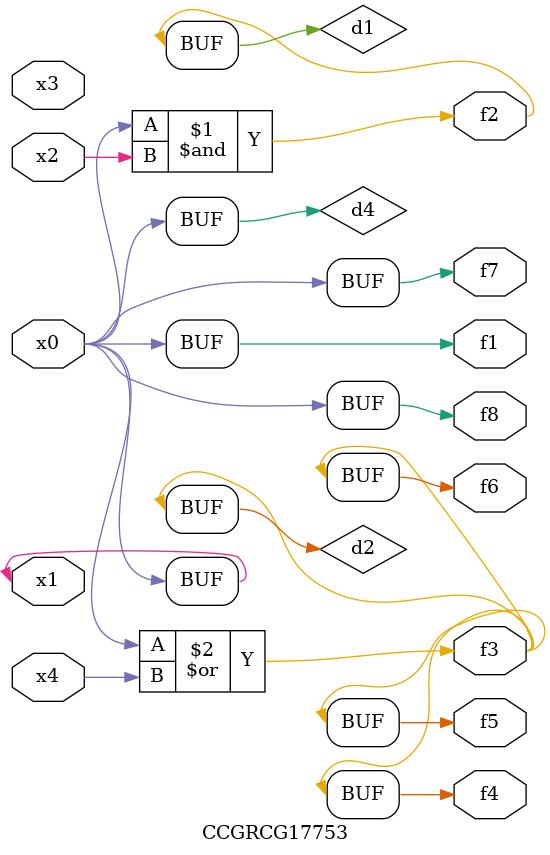
<source format=v>
module CCGRCG17753(
	input x0, x1, x2, x3, x4,
	output f1, f2, f3, f4, f5, f6, f7, f8
);

	wire d1, d2, d3, d4;

	and (d1, x0, x2);
	or (d2, x0, x4);
	nand (d3, x0, x2);
	buf (d4, x0, x1);
	assign f1 = d4;
	assign f2 = d1;
	assign f3 = d2;
	assign f4 = d2;
	assign f5 = d2;
	assign f6 = d2;
	assign f7 = d4;
	assign f8 = d4;
endmodule

</source>
